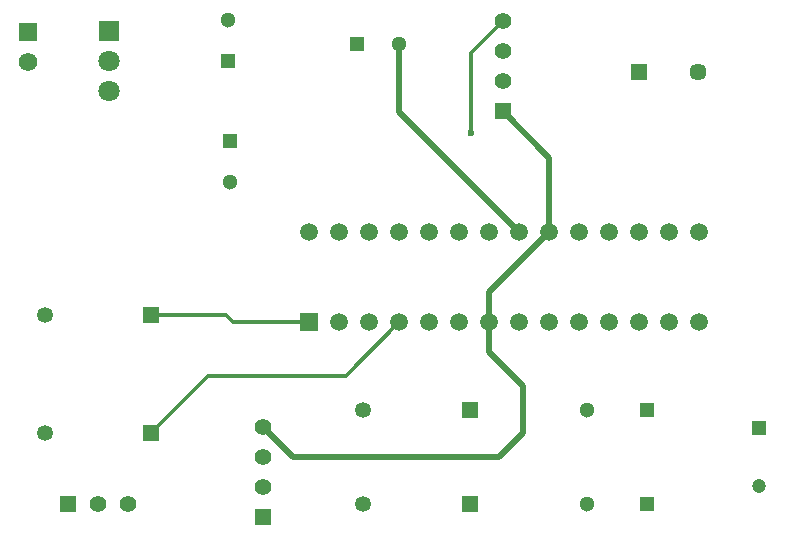
<source format=gbl>
G04*
G04 #@! TF.GenerationSoftware,Altium Limited,Altium Designer,23.4.1 (23)*
G04*
G04 Layer_Physical_Order=2*
G04 Layer_Color=16711680*
%FSLAX42Y42*%
%MOMM*%
G71*
G04*
G04 #@! TF.SameCoordinates,1A2849D8-77FB-4551-9540-3E4ADE2B4543*
G04*
G04*
G04 #@! TF.FilePolarity,Positive*
G04*
G01*
G75*
%ADD27R,1.57X1.57*%
%ADD28C,1.57*%
%ADD30R,1.30X1.30*%
%ADD31C,1.30*%
%ADD32R,1.30X1.30*%
%ADD34C,1.45*%
%ADD35R,1.45X1.45*%
%ADD37C,0.50*%
%ADD38C,0.30*%
%ADD39C,1.50*%
%ADD40C,1.80*%
%ADD41C,1.40*%
%ADD42R,1.40X1.40*%
%ADD43C,1.35*%
%ADD44R,1.35X1.35*%
%ADD45C,1.20*%
%ADD46R,1.20X1.20*%
%ADD47R,1.40X1.40*%
%ADD48R,1.80X1.80*%
%ADD49R,1.50X1.50*%
%ADD50C,0.60*%
D27*
X310Y4597D02*
D03*
D28*
Y4343D02*
D03*
D30*
X2020Y3675D02*
D03*
X2000Y4350D02*
D03*
D31*
X5046Y600D02*
D03*
Y1400D02*
D03*
X2020Y3325D02*
D03*
X2000Y4700D02*
D03*
X3450Y4500D02*
D03*
D32*
X5554Y600D02*
D03*
Y1400D02*
D03*
X3100Y4500D02*
D03*
D34*
X5980Y4260D02*
D03*
D35*
X5480D02*
D03*
D37*
X2300Y1254D02*
X2554Y1000D01*
X4300D01*
X4500Y1200D02*
Y1600D01*
X4300Y1000D02*
X4500Y1200D01*
X4216Y1884D02*
X4500Y1600D01*
X4216Y1884D02*
Y2138D01*
X4330Y3928D02*
X4724Y3534D01*
Y2900D02*
Y3534D01*
X4216Y2392D02*
X4724Y2900D01*
X4216Y2138D02*
Y2392D01*
X3450Y3920D02*
Y4500D01*
Y3920D02*
X4470Y2900D01*
D38*
X4060Y3740D02*
Y4420D01*
X4330Y4690D01*
X2048Y2138D02*
X2692D01*
X1350Y2200D02*
X1986D01*
X2048Y2138D01*
X1350Y1200D02*
X1834Y1684D01*
X3000D01*
X3454Y2138D01*
D39*
X4216D02*
D03*
X4724Y2900D02*
D03*
X2946Y2138D02*
D03*
X3200D02*
D03*
X3454D02*
D03*
X3708D02*
D03*
X3962D02*
D03*
X4470D02*
D03*
X4724D02*
D03*
X4978D02*
D03*
X5232D02*
D03*
X5486D02*
D03*
X5740D02*
D03*
X5994D02*
D03*
X2692Y2900D02*
D03*
X2946D02*
D03*
X3200D02*
D03*
X3454D02*
D03*
X3708D02*
D03*
X3962D02*
D03*
X4216D02*
D03*
X4470D02*
D03*
X4978D02*
D03*
X5232D02*
D03*
X5486D02*
D03*
X5740D02*
D03*
X5994D02*
D03*
D40*
X1000Y4100D02*
D03*
Y4354D02*
D03*
D41*
X4330Y4436D02*
D03*
Y4182D02*
D03*
Y4690D02*
D03*
X2300Y1254D02*
D03*
Y746D02*
D03*
Y1000D02*
D03*
X900Y600D02*
D03*
X1154D02*
D03*
D42*
X4330Y3928D02*
D03*
X2300Y492D02*
D03*
D43*
X3150Y1400D02*
D03*
Y600D02*
D03*
X450Y1200D02*
D03*
Y2200D02*
D03*
D44*
X4050Y1400D02*
D03*
Y600D02*
D03*
X1350Y1200D02*
D03*
Y2200D02*
D03*
D45*
X6500Y756D02*
D03*
D46*
Y1244D02*
D03*
D47*
X646Y600D02*
D03*
D48*
X1000Y4608D02*
D03*
D49*
X2692Y2138D02*
D03*
D50*
X4060Y3740D02*
D03*
M02*

</source>
